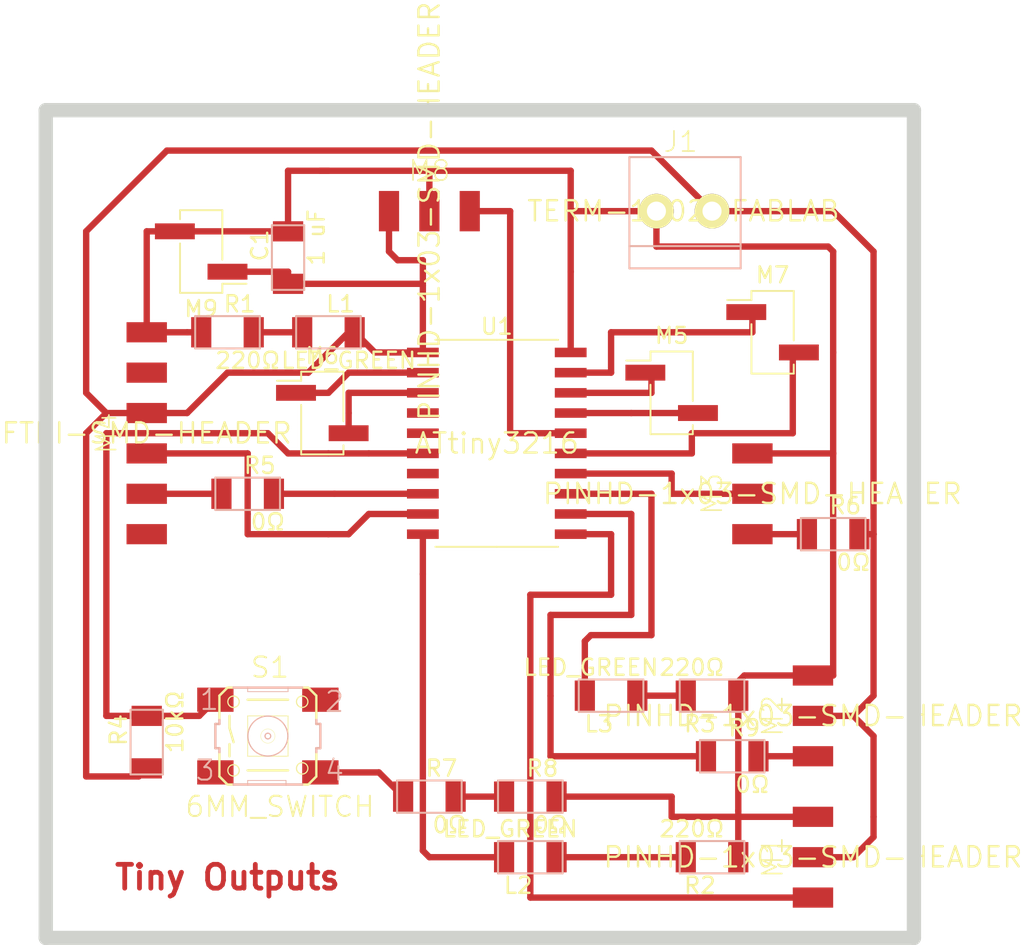
<source format=kicad_pcb>
(kicad_pcb (version 20171130) (host pcbnew "(5.1.9-0-10_14)")

  (general
    (thickness 1.6)
    (drawings 6)
    (tracks 146)
    (zones 0)
    (modules 25)
    (nets 26)
  )

  (page A4)
  (layers
    (0 F.Cu signal)
    (31 B.Cu signal)
    (32 B.Adhes user)
    (33 F.Adhes user)
    (34 B.Paste user)
    (35 F.Paste user)
    (36 B.SilkS user)
    (37 F.SilkS user)
    (38 B.Mask user)
    (39 F.Mask user)
    (40 Dwgs.User user)
    (41 Cmts.User user)
    (42 Eco1.User user)
    (43 Eco2.User user)
    (44 Edge.Cuts user)
    (45 Margin user)
    (46 B.CrtYd user)
    (47 F.CrtYd user)
    (48 B.Fab user)
    (49 F.Fab user)
  )

  (setup
    (last_trace_width 0.4)
    (trace_clearance 0.4)
    (zone_clearance 0.508)
    (zone_45_only no)
    (trace_min 0.4)
    (via_size 0.8)
    (via_drill 0.4)
    (via_min_size 0.4)
    (via_min_drill 0.3)
    (uvia_size 0.3)
    (uvia_drill 0.1)
    (uvias_allowed no)
    (uvia_min_size 0.2)
    (uvia_min_drill 0.1)
    (edge_width 0.05)
    (segment_width 0.2)
    (pcb_text_width 0.3)
    (pcb_text_size 1.5 1.5)
    (mod_edge_width 0.12)
    (mod_text_size 1 1)
    (mod_text_width 0.15)
    (pad_size 1.524 1.524)
    (pad_drill 0.762)
    (pad_to_mask_clearance 0)
    (aux_axis_origin 0 0)
    (visible_elements FFFFFF7F)
    (pcbplotparams
      (layerselection 0x010fc_ffffffff)
      (usegerberextensions false)
      (usegerberattributes true)
      (usegerberadvancedattributes true)
      (creategerberjobfile true)
      (excludeedgelayer true)
      (linewidth 0.100000)
      (plotframeref false)
      (viasonmask false)
      (mode 1)
      (useauxorigin false)
      (hpglpennumber 1)
      (hpglpenspeed 20)
      (hpglpendiameter 15.000000)
      (psnegative false)
      (psa4output false)
      (plotreference true)
      (plotvalue true)
      (plotinvisibletext false)
      (padsonsilk false)
      (subtractmaskfromsilk false)
      (outputformat 1)
      (mirror false)
      (drillshape 1)
      (scaleselection 1)
      (outputdirectory ""))
  )

  (net 0 "")
  (net 1 GND)
  (net 2 5V)
  (net 3 "Net-(L1-Pad1)")
  (net 4 PWM2)
  (net 5 "Net-(L2-Pad1)")
  (net 6 PWM4)
  (net 7 "Net-(L3-Pad1)")
  (net 8 PWM1)
  (net 9 PWM3)
  (net 10 "Net-(M4-Pad6)")
  (net 11 TXD)
  (net 12 RXD)
  (net 13 "Net-(M4-Pad2)")
  (net 14 UPDI)
  (net 15 "Net-(U1-Pad7)")
  (net 16 "Net-(U1-Pad5)")
  (net 17 ARDUINO4)
  (net 18 DATA12)
  (net 19 "Net-(U1-Pad4)")
  (net 20 SDA)
  (net 21 SCL)
  (net 22 ARDUINO3)
  (net 23 ARDUINO2)
  (net 24 ARDUINO1)
  (net 25 ARDUINO0)

  (net_class Default "This is the default net class."
    (clearance 0.4)
    (trace_width 0.4)
    (via_dia 0.8)
    (via_drill 0.4)
    (uvia_dia 0.3)
    (uvia_drill 0.1)
    (diff_pair_width 0.4)
    (diff_pair_gap 0.25)
    (add_net 5V)
    (add_net ARDUINO0)
    (add_net ARDUINO1)
    (add_net ARDUINO2)
    (add_net ARDUINO3)
    (add_net ARDUINO4)
    (add_net DATA12)
    (add_net GND)
    (add_net "Net-(L1-Pad1)")
    (add_net "Net-(L2-Pad1)")
    (add_net "Net-(L3-Pad1)")
    (add_net "Net-(M4-Pad2)")
    (add_net "Net-(M4-Pad6)")
    (add_net "Net-(U1-Pad4)")
    (add_net "Net-(U1-Pad5)")
    (add_net "Net-(U1-Pad7)")
    (add_net PWM1)
    (add_net PWM2)
    (add_net PWM3)
    (add_net PWM4)
    (add_net RXD)
    (add_net SCL)
    (add_net SDA)
    (add_net TXD)
    (add_net UPDI)
  )

  (net_class 5V ""
    (clearance 0.2)
    (trace_width 0.6)
    (via_dia 0.8)
    (via_drill 0.4)
    (uvia_dia 0.3)
    (uvia_drill 0.1)
    (diff_pair_width 0.6)
    (diff_pair_gap 0.25)
  )

  (module fab:fab-R1206FAB (layer F.Cu) (tedit 200000) (tstamp 6082F137)
    (at 127 80.01)
    (path /60828C64)
    (attr smd)
    (fp_text reference R8 (at 0.762 -1.778) (layer F.SilkS)
      (effects (font (size 1.016 1.016) (thickness 0.1524)))
    )
    (fp_text value 0Ω (at 1.27 1.778) (layer F.SilkS)
      (effects (font (size 1.016 1.016) (thickness 0.1524)))
    )
    (fp_line (start -2.032 -1.016) (end 2.032 -1.016) (layer B.SilkS) (width 0.127))
    (fp_line (start 2.032 -1.016) (end 2.032 1.016) (layer B.SilkS) (width 0.127))
    (fp_line (start 2.032 1.016) (end -2.032 1.016) (layer B.SilkS) (width 0.127))
    (fp_line (start -2.032 1.016) (end -2.032 -1.016) (layer B.SilkS) (width 0.127))
    (pad 2 smd rect (at 1.651 0) (size 1.27 1.905) (layers F.Cu F.Paste F.Mask)
      (net 1 GND))
    (pad 1 smd rect (at -1.651 0) (size 1.27 1.905) (layers F.Cu F.Paste F.Mask)
      (net 1 GND))
  )

  (module fab:fab-R1206FAB (layer F.Cu) (tedit 200000) (tstamp 6082F12D)
    (at 120.65 80.01)
    (path /60827E43)
    (attr smd)
    (fp_text reference R7 (at 0.762 -1.778) (layer F.SilkS)
      (effects (font (size 1.016 1.016) (thickness 0.1524)))
    )
    (fp_text value 0Ω (at 1.27 1.778) (layer F.SilkS)
      (effects (font (size 1.016 1.016) (thickness 0.1524)))
    )
    (fp_line (start -2.032 -1.016) (end 2.032 -1.016) (layer B.SilkS) (width 0.127))
    (fp_line (start 2.032 -1.016) (end 2.032 1.016) (layer B.SilkS) (width 0.127))
    (fp_line (start 2.032 1.016) (end -2.032 1.016) (layer B.SilkS) (width 0.127))
    (fp_line (start -2.032 1.016) (end -2.032 -1.016) (layer B.SilkS) (width 0.127))
    (pad 2 smd rect (at 1.651 0) (size 1.27 1.905) (layers F.Cu F.Paste F.Mask)
      (net 1 GND))
    (pad 1 smd rect (at -1.651 0) (size 1.27 1.905) (layers F.Cu F.Paste F.Mask)
      (net 1 GND))
  )

  (module fab:fab-ED555DS-2DS (layer F.Cu) (tedit 200000) (tstamp 6081CFCB)
    (at 136.63168 43.18)
    (path /608220DB)
    (attr virtual)
    (fp_text reference J1 (at -0.17272 -4.36372 180) (layer F.SilkS)
      (effects (font (size 1.27 1.27) (thickness 0.1016)))
    )
    (fp_text value TERM-1X02-FABLAB (at 0 0) (layer F.SilkS)
      (effects (font (size 1.27 1.27) (thickness 0.15)))
    )
    (fp_line (start -3.39852 -3.39852) (end -3.39852 2.19964) (layer B.SilkS) (width 0.127))
    (fp_line (start -3.39852 2.19964) (end -3.39852 3.59918) (layer B.SilkS) (width 0.127))
    (fp_line (start -3.39852 3.59918) (end 3.59918 3.59918) (layer B.SilkS) (width 0.127))
    (fp_line (start 3.59918 3.59918) (end 3.59918 2.19964) (layer B.SilkS) (width 0.127))
    (fp_line (start 3.59918 2.19964) (end 3.59918 -3.39852) (layer B.SilkS) (width 0.127))
    (fp_line (start 3.59918 -3.39852) (end -3.39852 -3.39852) (layer B.SilkS) (width 0.127))
    (fp_line (start -3.39852 2.19964) (end 3.59918 2.19964) (layer B.SilkS) (width 0.127))
    (pad 2 thru_hole circle (at -1.69926 0) (size 2.18186 2.18186) (drill 1.19888) (layers F&B.Cu F.Paste F.SilkS F.Mask)
      (net 1 GND))
    (pad 1 thru_hole circle (at 1.79832 0) (size 2.18186 2.18186) (drill 1.19888) (layers F&B.Cu F.Paste F.SilkS F.Mask)
      (net 2 5V))
  )

  (module Connector_PinHeader_2.54mm:PinHeader_1x02_P2.54mm_Vertical_SMD_Pin1Left (layer F.Cu) (tedit 59FED5CC) (tstamp 6082DED9)
    (at 106.295 45.72 180)
    (descr "surface-mounted straight pin header, 1x02, 2.54mm pitch, single row, style 1 (pin 1 left)")
    (tags "Surface mounted pin header SMD 1x02 2.54mm single row style1 pin1 left")
    (path /608A6D9F)
    (attr smd)
    (fp_text reference M9 (at 0 -3.6) (layer F.SilkS)
      (effects (font (size 1 1) (thickness 0.15)))
    )
    (fp_text value PINHD-1x02-SMD-HEADER (at 0 3.6) (layer F.Fab)
      (effects (font (size 1 1) (thickness 0.15)))
    )
    (fp_text user %R (at 0 0 90) (layer F.Fab)
      (effects (font (size 1 1) (thickness 0.15)))
    )
    (fp_line (start 1.27 2.54) (end -1.27 2.54) (layer F.Fab) (width 0.1))
    (fp_line (start -0.32 -2.54) (end 1.27 -2.54) (layer F.Fab) (width 0.1))
    (fp_line (start -1.27 2.54) (end -1.27 -1.59) (layer F.Fab) (width 0.1))
    (fp_line (start -1.27 -1.59) (end -0.32 -2.54) (layer F.Fab) (width 0.1))
    (fp_line (start 1.27 -2.54) (end 1.27 2.54) (layer F.Fab) (width 0.1))
    (fp_line (start -1.27 -1.59) (end -2.54 -1.59) (layer F.Fab) (width 0.1))
    (fp_line (start -2.54 -1.59) (end -2.54 -0.95) (layer F.Fab) (width 0.1))
    (fp_line (start -2.54 -0.95) (end -1.27 -0.95) (layer F.Fab) (width 0.1))
    (fp_line (start 1.27 0.95) (end 2.54 0.95) (layer F.Fab) (width 0.1))
    (fp_line (start 2.54 0.95) (end 2.54 1.59) (layer F.Fab) (width 0.1))
    (fp_line (start 2.54 1.59) (end 1.27 1.59) (layer F.Fab) (width 0.1))
    (fp_line (start -1.33 -2.6) (end 1.33 -2.6) (layer F.SilkS) (width 0.12))
    (fp_line (start -1.33 2.6) (end 1.33 2.6) (layer F.SilkS) (width 0.12))
    (fp_line (start 1.33 -2.6) (end 1.33 0.51) (layer F.SilkS) (width 0.12))
    (fp_line (start -1.33 -2.03) (end -2.85 -2.03) (layer F.SilkS) (width 0.12))
    (fp_line (start -1.33 -2.6) (end -1.33 -2.03) (layer F.SilkS) (width 0.12))
    (fp_line (start 1.33 2.03) (end 1.33 2.6) (layer F.SilkS) (width 0.12))
    (fp_line (start -1.33 -0.51) (end -1.33 2.6) (layer F.SilkS) (width 0.12))
    (fp_line (start -3.45 -3.05) (end -3.45 3.05) (layer F.CrtYd) (width 0.05))
    (fp_line (start -3.45 3.05) (end 3.45 3.05) (layer F.CrtYd) (width 0.05))
    (fp_line (start 3.45 3.05) (end 3.45 -3.05) (layer F.CrtYd) (width 0.05))
    (fp_line (start 3.45 -3.05) (end -3.45 -3.05) (layer F.CrtYd) (width 0.05))
    (pad 2 smd rect (at 1.655 1.27 180) (size 2.51 1) (layers F.Cu F.Paste F.Mask)
      (net 1 GND))
    (pad 1 smd rect (at -1.655 -1.27 180) (size 2.51 1) (layers F.Cu F.Paste F.Mask)
      (net 2 5V))
    (model ${KISYS3DMOD}/Connector_PinHeader_2.54mm.3dshapes/PinHeader_1x02_P2.54mm_Vertical_SMD_Pin1Left.wrl
      (at (xyz 0 0 0))
      (scale (xyz 1 1 1))
      (rotate (xyz 0 0 0))
    )
  )

  (module Connector_PinHeader_2.54mm:PinHeader_1x02_P2.54mm_Vertical_SMD_Pin1Left (layer F.Cu) (tedit 59FED5CC) (tstamp 6082DEB0)
    (at 142.24 50.8)
    (descr "surface-mounted straight pin header, 1x02, 2.54mm pitch, single row, style 1 (pin 1 left)")
    (tags "Surface mounted pin header SMD 1x02 2.54mm single row style1 pin1 left")
    (path /608A4A68)
    (attr smd)
    (fp_text reference M7 (at 0 -3.6) (layer F.SilkS)
      (effects (font (size 1 1) (thickness 0.15)))
    )
    (fp_text value PINHD-1x02-SMD-HEADER (at 0 3.6) (layer F.Fab)
      (effects (font (size 1 1) (thickness 0.15)))
    )
    (fp_text user %R (at 0 0 90) (layer F.Fab)
      (effects (font (size 1 1) (thickness 0.15)))
    )
    (fp_line (start 1.27 2.54) (end -1.27 2.54) (layer F.Fab) (width 0.1))
    (fp_line (start -0.32 -2.54) (end 1.27 -2.54) (layer F.Fab) (width 0.1))
    (fp_line (start -1.27 2.54) (end -1.27 -1.59) (layer F.Fab) (width 0.1))
    (fp_line (start -1.27 -1.59) (end -0.32 -2.54) (layer F.Fab) (width 0.1))
    (fp_line (start 1.27 -2.54) (end 1.27 2.54) (layer F.Fab) (width 0.1))
    (fp_line (start -1.27 -1.59) (end -2.54 -1.59) (layer F.Fab) (width 0.1))
    (fp_line (start -2.54 -1.59) (end -2.54 -0.95) (layer F.Fab) (width 0.1))
    (fp_line (start -2.54 -0.95) (end -1.27 -0.95) (layer F.Fab) (width 0.1))
    (fp_line (start 1.27 0.95) (end 2.54 0.95) (layer F.Fab) (width 0.1))
    (fp_line (start 2.54 0.95) (end 2.54 1.59) (layer F.Fab) (width 0.1))
    (fp_line (start 2.54 1.59) (end 1.27 1.59) (layer F.Fab) (width 0.1))
    (fp_line (start -1.33 -2.6) (end 1.33 -2.6) (layer F.SilkS) (width 0.12))
    (fp_line (start -1.33 2.6) (end 1.33 2.6) (layer F.SilkS) (width 0.12))
    (fp_line (start 1.33 -2.6) (end 1.33 0.51) (layer F.SilkS) (width 0.12))
    (fp_line (start -1.33 -2.03) (end -2.85 -2.03) (layer F.SilkS) (width 0.12))
    (fp_line (start -1.33 -2.6) (end -1.33 -2.03) (layer F.SilkS) (width 0.12))
    (fp_line (start 1.33 2.03) (end 1.33 2.6) (layer F.SilkS) (width 0.12))
    (fp_line (start -1.33 -0.51) (end -1.33 2.6) (layer F.SilkS) (width 0.12))
    (fp_line (start -3.45 -3.05) (end -3.45 3.05) (layer F.CrtYd) (width 0.05))
    (fp_line (start -3.45 3.05) (end 3.45 3.05) (layer F.CrtYd) (width 0.05))
    (fp_line (start 3.45 3.05) (end 3.45 -3.05) (layer F.CrtYd) (width 0.05))
    (fp_line (start 3.45 -3.05) (end -3.45 -3.05) (layer F.CrtYd) (width 0.05))
    (pad 2 smd rect (at 1.655 1.27) (size 2.51 1) (layers F.Cu F.Paste F.Mask)
      (net 22 ARDUINO3))
    (pad 1 smd rect (at -1.655 -1.27) (size 2.51 1) (layers F.Cu F.Paste F.Mask)
      (net 23 ARDUINO2))
    (model ${KISYS3DMOD}/Connector_PinHeader_2.54mm.3dshapes/PinHeader_1x02_P2.54mm_Vertical_SMD_Pin1Left.wrl
      (at (xyz 0 0 0))
      (scale (xyz 1 1 1))
      (rotate (xyz 0 0 0))
    )
  )

  (module Connector_PinHeader_2.54mm:PinHeader_1x02_P2.54mm_Vertical_SMD_Pin1Left (layer F.Cu) (tedit 59FED5CC) (tstamp 6082DE93)
    (at 113.915 55.88)
    (descr "surface-mounted straight pin header, 1x02, 2.54mm pitch, single row, style 1 (pin 1 left)")
    (tags "Surface mounted pin header SMD 1x02 2.54mm single row style1 pin1 left")
    (path /608A08B2)
    (attr smd)
    (fp_text reference M6 (at 0 -3.6) (layer F.SilkS)
      (effects (font (size 1 1) (thickness 0.15)))
    )
    (fp_text value PINHD-1x02-SMD-HEADER (at 0 3.6) (layer F.Fab)
      (effects (font (size 1 1) (thickness 0.15)))
    )
    (fp_text user %R (at 0 0 90) (layer F.Fab)
      (effects (font (size 1 1) (thickness 0.15)))
    )
    (fp_line (start 1.27 2.54) (end -1.27 2.54) (layer F.Fab) (width 0.1))
    (fp_line (start -0.32 -2.54) (end 1.27 -2.54) (layer F.Fab) (width 0.1))
    (fp_line (start -1.27 2.54) (end -1.27 -1.59) (layer F.Fab) (width 0.1))
    (fp_line (start -1.27 -1.59) (end -0.32 -2.54) (layer F.Fab) (width 0.1))
    (fp_line (start 1.27 -2.54) (end 1.27 2.54) (layer F.Fab) (width 0.1))
    (fp_line (start -1.27 -1.59) (end -2.54 -1.59) (layer F.Fab) (width 0.1))
    (fp_line (start -2.54 -1.59) (end -2.54 -0.95) (layer F.Fab) (width 0.1))
    (fp_line (start -2.54 -0.95) (end -1.27 -0.95) (layer F.Fab) (width 0.1))
    (fp_line (start 1.27 0.95) (end 2.54 0.95) (layer F.Fab) (width 0.1))
    (fp_line (start 2.54 0.95) (end 2.54 1.59) (layer F.Fab) (width 0.1))
    (fp_line (start 2.54 1.59) (end 1.27 1.59) (layer F.Fab) (width 0.1))
    (fp_line (start -1.33 -2.6) (end 1.33 -2.6) (layer F.SilkS) (width 0.12))
    (fp_line (start -1.33 2.6) (end 1.33 2.6) (layer F.SilkS) (width 0.12))
    (fp_line (start 1.33 -2.6) (end 1.33 0.51) (layer F.SilkS) (width 0.12))
    (fp_line (start -1.33 -2.03) (end -2.85 -2.03) (layer F.SilkS) (width 0.12))
    (fp_line (start -1.33 -2.6) (end -1.33 -2.03) (layer F.SilkS) (width 0.12))
    (fp_line (start 1.33 2.03) (end 1.33 2.6) (layer F.SilkS) (width 0.12))
    (fp_line (start -1.33 -0.51) (end -1.33 2.6) (layer F.SilkS) (width 0.12))
    (fp_line (start -3.45 -3.05) (end -3.45 3.05) (layer F.CrtYd) (width 0.05))
    (fp_line (start -3.45 3.05) (end 3.45 3.05) (layer F.CrtYd) (width 0.05))
    (fp_line (start 3.45 3.05) (end 3.45 -3.05) (layer F.CrtYd) (width 0.05))
    (fp_line (start 3.45 -3.05) (end -3.45 -3.05) (layer F.CrtYd) (width 0.05))
    (pad 2 smd rect (at 1.655 1.27) (size 2.51 1) (layers F.Cu F.Paste F.Mask)
      (net 24 ARDUINO1))
    (pad 1 smd rect (at -1.655 -1.27) (size 2.51 1) (layers F.Cu F.Paste F.Mask)
      (net 25 ARDUINO0))
    (model ${KISYS3DMOD}/Connector_PinHeader_2.54mm.3dshapes/PinHeader_1x02_P2.54mm_Vertical_SMD_Pin1Left.wrl
      (at (xyz 0 0 0))
      (scale (xyz 1 1 1))
      (rotate (xyz 0 0 0))
    )
  )

  (module Connector_PinHeader_2.54mm:PinHeader_1x02_P2.54mm_Vertical_SMD_Pin1Left (layer F.Cu) (tedit 59FED5CC) (tstamp 6082AD59)
    (at 135.89 54.61)
    (descr "surface-mounted straight pin header, 1x02, 2.54mm pitch, single row, style 1 (pin 1 left)")
    (tags "Surface mounted pin header SMD 1x02 2.54mm single row style1 pin1 left")
    (path /60872890)
    (attr smd)
    (fp_text reference M5 (at 0 -3.6) (layer F.SilkS)
      (effects (font (size 1 1) (thickness 0.15)))
    )
    (fp_text value PINHD-1x02-SMD-HEADER (at 0 3.6) (layer F.Fab)
      (effects (font (size 1 1) (thickness 0.15)))
    )
    (fp_text user %R (at 0 1.27 180) (layer F.Fab)
      (effects (font (size 1 1) (thickness 0.15)))
    )
    (fp_line (start 1.27 2.54) (end -1.27 2.54) (layer F.Fab) (width 0.1))
    (fp_line (start -0.32 -2.54) (end 1.27 -2.54) (layer F.Fab) (width 0.1))
    (fp_line (start -1.27 2.54) (end -1.27 -1.59) (layer F.Fab) (width 0.1))
    (fp_line (start -1.27 -1.59) (end -0.32 -2.54) (layer F.Fab) (width 0.1))
    (fp_line (start 1.27 -2.54) (end 1.27 2.54) (layer F.Fab) (width 0.1))
    (fp_line (start -1.27 -1.59) (end -2.54 -1.59) (layer F.Fab) (width 0.1))
    (fp_line (start -2.54 -1.59) (end -2.54 -0.95) (layer F.Fab) (width 0.1))
    (fp_line (start -2.54 -0.95) (end -1.27 -0.95) (layer F.Fab) (width 0.1))
    (fp_line (start 1.27 0.95) (end 2.54 0.95) (layer F.Fab) (width 0.1))
    (fp_line (start 2.54 0.95) (end 2.54 1.59) (layer F.Fab) (width 0.1))
    (fp_line (start 2.54 1.59) (end 1.27 1.59) (layer F.Fab) (width 0.1))
    (fp_line (start -1.33 -2.6) (end 1.33 -2.6) (layer F.SilkS) (width 0.12))
    (fp_line (start -1.33 2.6) (end 1.33 2.6) (layer F.SilkS) (width 0.12))
    (fp_line (start 1.33 -2.6) (end 1.33 0.51) (layer F.SilkS) (width 0.12))
    (fp_line (start -1.33 -2.03) (end -2.85 -2.03) (layer F.SilkS) (width 0.12))
    (fp_line (start -1.33 -2.6) (end -1.33 -2.03) (layer F.SilkS) (width 0.12))
    (fp_line (start 1.33 2.03) (end 1.33 2.6) (layer F.SilkS) (width 0.12))
    (fp_line (start -1.33 -0.51) (end -1.33 2.6) (layer F.SilkS) (width 0.12))
    (fp_line (start -3.45 -3.05) (end -3.45 3.05) (layer F.CrtYd) (width 0.05))
    (fp_line (start -3.45 3.05) (end 3.45 3.05) (layer F.CrtYd) (width 0.05))
    (fp_line (start 3.45 3.05) (end 3.45 -3.05) (layer F.CrtYd) (width 0.05))
    (fp_line (start 3.45 -3.05) (end -3.45 -3.05) (layer F.CrtYd) (width 0.05))
    (pad 2 smd rect (at 1.655 1.27) (size 2.51 1) (layers F.Cu F.Paste F.Mask)
      (net 20 SDA))
    (pad 1 smd rect (at -1.655 -1.27) (size 2.51 1) (layers F.Cu F.Paste F.Mask)
      (net 21 SCL))
    (model ${KISYS3DMOD}/Connector_PinHeader_2.54mm.3dshapes/PinHeader_1x02_P2.54mm_Vertical_SMD_Pin1Left.wrl
      (at (xyz 0 0 0))
      (scale (xyz 1 1 1))
      (rotate (xyz 0 0 0))
    )
  )

  (module fab:fab-1X03SMD (layer F.Cu) (tedit 5E6F668D) (tstamp 60826F49)
    (at 120.65 43.18 270)
    (path /608939C3)
    (attr smd)
    (fp_text reference M8 (at -2.54 0) (layer F.SilkS)
      (effects (font (size 1.27 1.27) (thickness 0.1016)))
    )
    (fp_text value PINHD-1x03-SMD-HEADER (at 0 0 90) (layer F.SilkS)
      (effects (font (size 1.27 1.27) (thickness 0.15)))
    )
    (pad 3 smd rect (at 0 2.54 270) (size 2.54 1.27) (layers F.Cu F.Paste F.Mask)
      (net 2 5V))
    (pad 2 smd rect (at 0 0 270) (size 2.54 1.27) (layers F.Cu F.Paste F.Mask)
      (net 1 GND))
    (pad 1 smd rect (at 0 -2.54 270) (size 2.54 1.27) (layers F.Cu F.Paste F.Mask)
      (net 14 UPDI))
  )

  (module fab:fab-R1206FAB (layer F.Cu) (tedit 200000) (tstamp 60825934)
    (at 139.7 77.47)
    (path /608534B3)
    (attr smd)
    (fp_text reference R9 (at 0.762 -1.778) (layer F.SilkS)
      (effects (font (size 1.016 1.016) (thickness 0.1524)))
    )
    (fp_text value 0Ω (at 1.27 1.778) (layer F.SilkS)
      (effects (font (size 1.016 1.016) (thickness 0.1524)))
    )
    (fp_line (start -2.032 1.016) (end -2.032 -1.016) (layer B.SilkS) (width 0.127))
    (fp_line (start 2.032 1.016) (end -2.032 1.016) (layer B.SilkS) (width 0.127))
    (fp_line (start 2.032 -1.016) (end 2.032 1.016) (layer B.SilkS) (width 0.127))
    (fp_line (start -2.032 -1.016) (end 2.032 -1.016) (layer B.SilkS) (width 0.127))
    (pad 2 smd rect (at 1.651 0) (size 1.27 1.905) (layers F.Cu F.Paste F.Mask)
      (net 9 PWM3))
    (pad 1 smd rect (at -1.651 0) (size 1.27 1.905) (layers F.Cu F.Paste F.Mask)
      (net 9 PWM3))
  )

  (module fab:fab-R1206FAB (layer F.Cu) (tedit 200000) (tstamp 60823BB9)
    (at 146.05 63.5)
    (path /60825B22)
    (attr smd)
    (fp_text reference R6 (at 0.762 -1.778) (layer F.SilkS)
      (effects (font (size 1.016 1.016) (thickness 0.1524)))
    )
    (fp_text value 0Ω (at 1.27 1.778) (layer F.SilkS)
      (effects (font (size 1.016 1.016) (thickness 0.1524)))
    )
    (fp_line (start -2.032 1.016) (end -2.032 -1.016) (layer B.SilkS) (width 0.127))
    (fp_line (start 2.032 1.016) (end -2.032 1.016) (layer B.SilkS) (width 0.127))
    (fp_line (start 2.032 -1.016) (end 2.032 1.016) (layer B.SilkS) (width 0.127))
    (fp_line (start -2.032 -1.016) (end 2.032 -1.016) (layer B.SilkS) (width 0.127))
    (pad 2 smd rect (at 1.651 0) (size 1.27 1.905) (layers F.Cu F.Paste F.Mask)
      (net 2 5V))
    (pad 1 smd rect (at -1.651 0) (size 1.27 1.905) (layers F.Cu F.Paste F.Mask)
      (net 2 5V))
  )

  (module fab:fab-R1206FAB (layer F.Cu) (tedit 200000) (tstamp 6082367B)
    (at 109.22 60.96)
    (path /6081ED1D)
    (attr smd)
    (fp_text reference R5 (at 0.762 -1.778) (layer F.SilkS)
      (effects (font (size 1.016 1.016) (thickness 0.1524)))
    )
    (fp_text value 0Ω (at 1.27 1.778) (layer F.SilkS)
      (effects (font (size 1.016 1.016) (thickness 0.1524)))
    )
    (fp_line (start -2.032 1.016) (end -2.032 -1.016) (layer B.SilkS) (width 0.127))
    (fp_line (start 2.032 1.016) (end -2.032 1.016) (layer B.SilkS) (width 0.127))
    (fp_line (start 2.032 -1.016) (end 2.032 1.016) (layer B.SilkS) (width 0.127))
    (fp_line (start -2.032 -1.016) (end 2.032 -1.016) (layer B.SilkS) (width 0.127))
    (pad 2 smd rect (at 1.651 0) (size 1.27 1.905) (layers F.Cu F.Paste F.Mask)
      (net 11 TXD))
    (pad 1 smd rect (at -1.651 0) (size 1.27 1.905) (layers F.Cu F.Paste F.Mask)
      (net 11 TXD))
  )

  (module fab:fab-SOIC-20_7.5x12.8mm_P1.27mm (layer F.Cu) (tedit 5EABEA65) (tstamp 6081D08F)
    (at 124.89 57.785)
    (descr "SOIC, 20 Pin, fab version")
    (tags "SOIC fab")
    (path /6081D19B)
    (attr smd)
    (fp_text reference U1 (at 0 -7.35) (layer F.SilkS)
      (effects (font (size 1 1) (thickness 0.15)))
    )
    (fp_text value ATtiny3216 (at 0 0) (layer F.SilkS)
      (effects (font (size 1.27 1.27) (thickness 0.15)))
    )
    (fp_line (start 0 6.51) (end 3.86 6.51) (layer F.SilkS) (width 0.12))
    (fp_line (start 0 6.51) (end -3.86 6.51) (layer F.SilkS) (width 0.12))
    (fp_line (start 0 -6.51) (end 3.86 -6.51) (layer F.SilkS) (width 0.12))
    (fp_line (start 0 -6.51) (end -3.86 -6.51) (layer F.SilkS) (width 0.12))
    (fp_line (start -2.75 -6.4) (end 3.75 -6.4) (layer F.Fab) (width 0.1))
    (fp_line (start 3.75 -6.4) (end 3.75 6.4) (layer F.Fab) (width 0.1))
    (fp_line (start 3.75 6.4) (end -3.75 6.4) (layer F.Fab) (width 0.1))
    (fp_line (start -3.75 6.4) (end -3.75 -5.4) (layer F.Fab) (width 0.1))
    (fp_line (start -3.75 -5.4) (end -2.75 -6.4) (layer F.Fab) (width 0.1))
    (pad 20 smd rect (at 4.65 -5.715) (size 2 0.6) (layers F.Cu)
      (net 1 GND))
    (pad 19 smd rect (at 4.65 -4.445) (size 2 0.6) (layers F.Cu)
      (net 23 ARDUINO2))
    (pad 18 smd rect (at 4.65 -3.175) (size 2 0.6) (layers F.Cu)
      (net 21 SCL))
    (pad 17 smd rect (at 4.65 -1.905) (size 2 0.6) (layers F.Cu)
      (net 20 SDA))
    (pad 16 smd rect (at 4.65 -0.635) (size 2 0.6) (layers F.Cu)
      (net 14 UPDI))
    (pad 15 smd rect (at 4.65 0.635) (size 2 0.6) (layers F.Cu)
      (net 22 ARDUINO3))
    (pad 14 smd rect (at 4.65 1.905) (size 2 0.6) (layers F.Cu)
      (net 18 DATA12))
    (pad 13 smd rect (at 4.65 3.175) (size 2 0.6) (layers F.Cu)
      (net 6 PWM4))
    (pad 12 smd rect (at 4.65 4.445) (size 2 0.6) (layers F.Cu)
      (net 9 PWM3))
    (pad 11 smd rect (at 4.65 5.715) (size 2 0.6) (layers F.Cu)
      (net 8 PWM1))
    (pad 10 smd rect (at -4.65 5.715) (size 2 0.6) (layers F.Cu)
      (net 4 PWM2))
    (pad 9 smd rect (at -4.65 4.445) (size 2 0.6) (layers F.Cu)
      (net 12 RXD))
    (pad 8 smd rect (at -4.65 3.175) (size 2 0.6) (layers F.Cu)
      (net 11 TXD))
    (pad 7 smd rect (at -4.65 1.905) (size 2 0.6) (layers F.Cu)
      (net 15 "Net-(U1-Pad7)"))
    (pad 6 smd rect (at -4.65 0.635) (size 2 0.6) (layers F.Cu)
      (net 17 ARDUINO4))
    (pad 5 smd rect (at -4.65 -0.635) (size 2 0.6) (layers F.Cu)
      (net 16 "Net-(U1-Pad5)"))
    (pad 4 smd rect (at -4.65 -1.905) (size 2 0.6) (layers F.Cu)
      (net 19 "Net-(U1-Pad4)"))
    (pad 3 smd rect (at -4.65 -3.175) (size 2 0.6) (layers F.Cu)
      (net 24 ARDUINO1))
    (pad 2 smd rect (at -4.65 -4.445) (size 2 0.6) (layers F.Cu)
      (net 25 ARDUINO0))
    (pad 1 smd rect (at -4.65 -5.715) (size 2 0.6) (layers F.Cu)
      (net 2 5V))
    (model ${KISYS3DMOD}/Package_SO.3dshapes/SOIC-20W_7.5x12.8mm_P1.27mm.wrl
      (at (xyz 0 0 0))
      (scale (xyz 1 1 1))
      (rotate (xyz 0 0 0))
    )
  )

  (module fab:fab-6MM_SWITCH (layer F.Cu) (tedit 200000) (tstamp 6081D06E)
    (at 110.49 76.2)
    (descr "OMRON SWITCH")
    (tags "OMRON SWITCH")
    (path /60835727)
    (attr smd)
    (fp_text reference S1 (at 0.127 -4.318) (layer F.SilkS)
      (effects (font (size 1.27 1.27) (thickness 0.127)))
    )
    (fp_text value 6MM_SWITCH (at 0.762 4.445) (layer F.SilkS)
      (effects (font (size 1.27 1.27) (thickness 0.127)))
    )
    (fp_line (start 3.302 0.762) (end 3.048 0.762) (layer B.SilkS) (width 0.1524))
    (fp_line (start 3.302 0.762) (end 3.302 -0.762) (layer B.SilkS) (width 0.1524))
    (fp_line (start 3.048 -0.762) (end 3.302 -0.762) (layer B.SilkS) (width 0.1524))
    (fp_line (start 3.048 -1.016) (end 3.048 -2.54) (layer F.SilkS) (width 0.1524))
    (fp_line (start -3.302 -0.762) (end -3.048 -0.762) (layer B.SilkS) (width 0.1524))
    (fp_line (start -3.302 -0.762) (end -3.302 0.762) (layer B.SilkS) (width 0.1524))
    (fp_line (start -3.048 0.762) (end -3.302 0.762) (layer B.SilkS) (width 0.1524))
    (fp_line (start 3.048 -2.54) (end 2.54 -3.048) (layer F.SilkS) (width 0.1524))
    (fp_line (start 2.54 3.048) (end 3.048 2.54) (layer F.SilkS) (width 0.1524))
    (fp_line (start 3.048 2.54) (end 3.048 1.016) (layer F.SilkS) (width 0.1524))
    (fp_line (start -2.54 -3.048) (end -3.048 -2.54) (layer F.SilkS) (width 0.1524))
    (fp_line (start -3.048 -2.54) (end -3.048 -1.016) (layer F.SilkS) (width 0.1524))
    (fp_line (start -2.54 3.048) (end -3.048 2.54) (layer F.SilkS) (width 0.1524))
    (fp_line (start -3.048 2.54) (end -3.048 1.016) (layer F.SilkS) (width 0.1524))
    (fp_line (start -1.27 -1.27) (end -1.27 1.27) (layer F.SilkS) (width 0.0508))
    (fp_line (start 1.27 1.27) (end -1.27 1.27) (layer F.SilkS) (width 0.0508))
    (fp_line (start 1.27 1.27) (end 1.27 -1.27) (layer F.SilkS) (width 0.0508))
    (fp_line (start -1.27 -1.27) (end 1.27 -1.27) (layer F.SilkS) (width 0.0508))
    (fp_line (start -1.27 -3.048) (end -1.27 -2.794) (layer B.SilkS) (width 0.0508))
    (fp_line (start 1.27 -2.794) (end -1.27 -2.794) (layer B.SilkS) (width 0.0508))
    (fp_line (start 1.27 -2.794) (end 1.27 -3.048) (layer B.SilkS) (width 0.0508))
    (fp_line (start 1.143 2.794) (end -1.27 2.794) (layer B.SilkS) (width 0.0508))
    (fp_line (start 1.143 2.794) (end 1.143 3.048) (layer B.SilkS) (width 0.0508))
    (fp_line (start -1.27 2.794) (end -1.27 3.048) (layer B.SilkS) (width 0.0508))
    (fp_line (start 2.54 3.048) (end 2.159 3.048) (layer F.SilkS) (width 0.1524))
    (fp_line (start -2.54 3.048) (end -2.159 3.048) (layer F.SilkS) (width 0.1524))
    (fp_line (start -2.159 3.048) (end -1.27 3.048) (layer B.SilkS) (width 0.1524))
    (fp_line (start -2.54 -3.048) (end -2.159 -3.048) (layer F.SilkS) (width 0.1524))
    (fp_line (start 2.54 -3.048) (end 2.159 -3.048) (layer F.SilkS) (width 0.1524))
    (fp_line (start 2.159 -3.048) (end 1.27 -3.048) (layer B.SilkS) (width 0.1524))
    (fp_line (start 1.27 -3.048) (end -1.27 -3.048) (layer B.SilkS) (width 0.1524))
    (fp_line (start -1.27 -3.048) (end -2.159 -3.048) (layer B.SilkS) (width 0.1524))
    (fp_line (start -1.27 3.048) (end 1.143 3.048) (layer B.SilkS) (width 0.1524))
    (fp_line (start 1.143 3.048) (end 2.159 3.048) (layer B.SilkS) (width 0.1524))
    (fp_line (start 3.048 0.762) (end 3.048 1.016) (layer B.SilkS) (width 0.1524))
    (fp_line (start 3.048 -0.762) (end 3.048 -1.016) (layer B.SilkS) (width 0.1524))
    (fp_line (start -3.048 0.762) (end -3.048 1.016) (layer B.SilkS) (width 0.1524))
    (fp_line (start -3.048 -0.762) (end -3.048 -1.016) (layer B.SilkS) (width 0.1524))
    (fp_line (start -1.27 2.159) (end 1.27 2.159) (layer F.SilkS) (width 0.1524))
    (fp_line (start 1.27 -2.286) (end -1.27 -2.286) (layer F.SilkS) (width 0.1524))
    (fp_line (start -2.413 -1.27) (end -2.413 -0.508) (layer F.SilkS) (width 0.1524))
    (fp_line (start -2.413 0.508) (end -2.413 1.27) (layer F.SilkS) (width 0.1524))
    (fp_line (start -2.413 -0.508) (end -2.159 0.381) (layer F.SilkS) (width 0.1524))
    (fp_circle (center 0 0) (end -0.889 0.889) (layer B.SilkS) (width 0.0762))
    (fp_circle (center -2.159 2.159) (end -2.413 2.413) (layer F.SilkS) (width 0.0762))
    (fp_circle (center 2.159 2.032) (end 2.413 2.286) (layer F.SilkS) (width 0.0762))
    (fp_circle (center 2.159 -2.159) (end 2.413 -2.413) (layer F.SilkS) (width 0.0762))
    (fp_circle (center -2.159 -2.159) (end -2.413 -2.413) (layer F.SilkS) (width 0.0762))
    (fp_circle (center 0 0) (end -0.3175 0.3175) (layer F.SilkS) (width 0.0254))
    (fp_circle (center 0 0) (end -0.127 0.127) (layer B.SilkS) (width 0.0762))
    (fp_text user 4 (at 4.191 2.159) (layer B.SilkS)
      (effects (font (size 1.27 1.27) (thickness 0.127)))
    )
    (fp_text user 3 (at -3.937 2.159) (layer B.SilkS)
      (effects (font (size 1.27 1.27) (thickness 0.127)))
    )
    (fp_text user 2 (at 4.191 -2.159) (layer B.SilkS)
      (effects (font (size 1.27 1.27) (thickness 0.127)))
    )
    (fp_text user 1 (at -3.683 -2.286) (layer B.SilkS)
      (effects (font (size 1.27 1.27) (thickness 0.127)))
    )
    (pad 4 smd rect (at 3.302 2.286) (size 2.286 1.524) (layers F.Cu F.Paste F.Mask)
      (net 1 GND))
    (pad 3 smd rect (at -3.302 2.286) (size 2.286 1.524) (layers F.Cu F.Paste F.Mask)
      (net 1 GND))
    (pad 2 smd rect (at 3.302 -2.286) (size 2.286 1.524) (layers F.Cu F.Paste F.Mask)
      (net 17 ARDUINO4))
    (pad 1 smd rect (at -3.302 -2.286) (size 2.286 1.524) (layers F.Cu F.Paste F.Mask)
      (net 17 ARDUINO4))
  )

  (module fab:fab-R1206FAB (layer F.Cu) (tedit 200000) (tstamp 6081D030)
    (at 102.87 76.581 90)
    (path /6083CC84)
    (attr smd)
    (fp_text reference R4 (at 0.762 -1.778 90) (layer F.SilkS)
      (effects (font (size 1.016 1.016) (thickness 0.1524)))
    )
    (fp_text value 10kΩ (at 1.27 1.778 90) (layer F.SilkS)
      (effects (font (size 1.016 1.016) (thickness 0.1524)))
    )
    (fp_line (start -2.032 -1.016) (end 2.032 -1.016) (layer B.SilkS) (width 0.127))
    (fp_line (start 2.032 -1.016) (end 2.032 1.016) (layer B.SilkS) (width 0.127))
    (fp_line (start 2.032 1.016) (end -2.032 1.016) (layer B.SilkS) (width 0.127))
    (fp_line (start -2.032 1.016) (end -2.032 -1.016) (layer B.SilkS) (width 0.127))
    (pad 2 smd rect (at 1.651 0 90) (size 1.27 1.905) (layers F.Cu F.Paste F.Mask)
      (net 17 ARDUINO4))
    (pad 1 smd rect (at -1.651 0 90) (size 1.27 1.905) (layers F.Cu F.Paste F.Mask)
      (net 2 5V))
  )

  (module fab:fab-R1206FAB (layer F.Cu) (tedit 200000) (tstamp 6081D026)
    (at 138.43 73.66 180)
    (path /6084B451)
    (attr smd)
    (fp_text reference R3 (at 0.762 -1.778) (layer F.SilkS)
      (effects (font (size 1.016 1.016) (thickness 0.1524)))
    )
    (fp_text value 220Ω (at 1.27 1.778) (layer F.SilkS)
      (effects (font (size 1.016 1.016) (thickness 0.1524)))
    )
    (fp_line (start -2.032 -1.016) (end 2.032 -1.016) (layer B.SilkS) (width 0.127))
    (fp_line (start 2.032 -1.016) (end 2.032 1.016) (layer B.SilkS) (width 0.127))
    (fp_line (start 2.032 1.016) (end -2.032 1.016) (layer B.SilkS) (width 0.127))
    (fp_line (start -2.032 1.016) (end -2.032 -1.016) (layer B.SilkS) (width 0.127))
    (pad 2 smd rect (at 1.651 0 180) (size 1.27 1.905) (layers F.Cu F.Paste F.Mask)
      (net 7 "Net-(L3-Pad1)"))
    (pad 1 smd rect (at -1.651 0 180) (size 1.27 1.905) (layers F.Cu F.Paste F.Mask)
      (net 1 GND))
  )

  (module fab:fab-R1206FAB (layer F.Cu) (tedit 200000) (tstamp 6081D01C)
    (at 138.43 83.82 180)
    (path /608447E5)
    (attr smd)
    (fp_text reference R2 (at 0.762 -1.778) (layer F.SilkS)
      (effects (font (size 1.016 1.016) (thickness 0.1524)))
    )
    (fp_text value 220Ω (at 1.27 1.778) (layer F.SilkS)
      (effects (font (size 1.016 1.016) (thickness 0.1524)))
    )
    (fp_line (start -2.032 -1.016) (end 2.032 -1.016) (layer B.SilkS) (width 0.127))
    (fp_line (start 2.032 -1.016) (end 2.032 1.016) (layer B.SilkS) (width 0.127))
    (fp_line (start 2.032 1.016) (end -2.032 1.016) (layer B.SilkS) (width 0.127))
    (fp_line (start -2.032 1.016) (end -2.032 -1.016) (layer B.SilkS) (width 0.127))
    (pad 2 smd rect (at 1.651 0 180) (size 1.27 1.905) (layers F.Cu F.Paste F.Mask)
      (net 5 "Net-(L2-Pad1)"))
    (pad 1 smd rect (at -1.651 0 180) (size 1.27 1.905) (layers F.Cu F.Paste F.Mask)
      (net 1 GND))
  )

  (module fab:fab-R1206FAB (layer F.Cu) (tedit 200000) (tstamp 6081D012)
    (at 107.95 50.8)
    (path /60830C6F)
    (attr smd)
    (fp_text reference R1 (at 0.762 -1.778) (layer F.SilkS)
      (effects (font (size 1.016 1.016) (thickness 0.1524)))
    )
    (fp_text value 220Ω (at 1.27 1.778) (layer F.SilkS)
      (effects (font (size 1.016 1.016) (thickness 0.1524)))
    )
    (fp_line (start -2.032 -1.016) (end 2.032 -1.016) (layer B.SilkS) (width 0.127))
    (fp_line (start 2.032 -1.016) (end 2.032 1.016) (layer B.SilkS) (width 0.127))
    (fp_line (start 2.032 1.016) (end -2.032 1.016) (layer B.SilkS) (width 0.127))
    (fp_line (start -2.032 1.016) (end -2.032 -1.016) (layer B.SilkS) (width 0.127))
    (pad 2 smd rect (at 1.651 0) (size 1.27 1.905) (layers F.Cu F.Paste F.Mask)
      (net 3 "Net-(L1-Pad1)"))
    (pad 1 smd rect (at -1.651 0) (size 1.27 1.905) (layers F.Cu F.Paste F.Mask)
      (net 1 GND))
  )

  (module fab:fab-1X06SMD (layer F.Cu) (tedit 200000) (tstamp 6081D008)
    (at 102.87 57.15)
    (path /6081E2F7)
    (attr smd)
    (fp_text reference M4 (at -2.54 0 90) (layer F.SilkS)
      (effects (font (size 1.27 1.27) (thickness 0.1016)))
    )
    (fp_text value FTDI-SMD-HEADER (at 0 0) (layer F.SilkS)
      (effects (font (size 1.27 1.27) (thickness 0.15)))
    )
    (pad 6 smd rect (at 0 6.35) (size 2.54 1.27) (layers F.Cu F.Paste F.Mask)
      (net 10 "Net-(M4-Pad6)"))
    (pad 5 smd rect (at 0 3.81) (size 2.54 1.27) (layers F.Cu F.Paste F.Mask)
      (net 11 TXD))
    (pad 4 smd rect (at 0 1.27) (size 2.54 1.27) (layers F.Cu F.Paste F.Mask)
      (net 12 RXD))
    (pad 3 smd rect (at 0 -1.27) (size 2.54 1.27) (layers F.Cu F.Paste F.Mask)
      (net 2 5V))
    (pad 2 smd rect (at 0 -3.81) (size 2.54 1.27) (layers F.Cu F.Paste F.Mask)
      (net 13 "Net-(M4-Pad2)"))
    (pad 1 smd rect (at 0 -6.35) (size 2.54 1.27) (layers F.Cu F.Paste F.Mask)
      (net 1 GND))
  )

  (module fab:fab-1X03SMD (layer F.Cu) (tedit 5E6F668D) (tstamp 6081CFFE)
    (at 140.97 60.96)
    (path /60852F3D)
    (attr smd)
    (fp_text reference M3 (at -2.54 0 90) (layer F.SilkS)
      (effects (font (size 1.27 1.27) (thickness 0.1016)))
    )
    (fp_text value PINHD-1x03-SMD-HEADER (at 0 0) (layer F.SilkS)
      (effects (font (size 1.27 1.27) (thickness 0.15)))
    )
    (pad 3 smd rect (at 0 2.54) (size 2.54 1.27) (layers F.Cu F.Paste F.Mask)
      (net 2 5V))
    (pad 2 smd rect (at 0 0) (size 2.54 1.27) (layers F.Cu F.Paste F.Mask)
      (net 18 DATA12))
    (pad 1 smd rect (at 0 -2.54) (size 2.54 1.27) (layers F.Cu F.Paste F.Mask)
      (net 1 GND))
  )

  (module fab:fab-1X03SMD (layer F.Cu) (tedit 5E6F668D) (tstamp 6081CFF7)
    (at 144.78 74.93)
    (path /6084B449)
    (attr smd)
    (fp_text reference M2 (at -2.54 0 90) (layer F.SilkS)
      (effects (font (size 1.27 1.27) (thickness 0.1016)))
    )
    (fp_text value PINHD-1x03-SMD-HEADER (at 0 0) (layer F.SilkS)
      (effects (font (size 1.27 1.27) (thickness 0.15)))
    )
    (pad 3 smd rect (at 0 2.54) (size 2.54 1.27) (layers F.Cu F.Paste F.Mask)
      (net 9 PWM3))
    (pad 2 smd rect (at 0 0) (size 2.54 1.27) (layers F.Cu F.Paste F.Mask)
      (net 2 5V))
    (pad 1 smd rect (at 0 -2.54) (size 2.54 1.27) (layers F.Cu F.Paste F.Mask)
      (net 1 GND))
  )

  (module fab:fab-1X03SMD (layer F.Cu) (tedit 5E6F668D) (tstamp 6081CFF0)
    (at 144.78 83.82)
    (path /60840A0B)
    (attr smd)
    (fp_text reference M1 (at -2.54 0 90) (layer F.SilkS)
      (effects (font (size 1.27 1.27) (thickness 0.1016)))
    )
    (fp_text value PINHD-1x03-SMD-HEADER (at 0 0) (layer F.SilkS)
      (effects (font (size 1.27 1.27) (thickness 0.15)))
    )
    (pad 3 smd rect (at 0 2.54) (size 2.54 1.27) (layers F.Cu F.Paste F.Mask)
      (net 8 PWM1))
    (pad 2 smd rect (at 0 0) (size 2.54 1.27) (layers F.Cu F.Paste F.Mask)
      (net 2 5V))
    (pad 1 smd rect (at 0 -2.54) (size 2.54 1.27) (layers F.Cu F.Paste F.Mask)
      (net 1 GND))
  )

  (module fab:fab-LED1206FAB (layer F.Cu) (tedit 200000) (tstamp 6081CFE9)
    (at 132.08 73.66 180)
    (descr "LED1206 FAB STYLE (SMALLER PADS TO ALLOW TRACE BETWEEN)")
    (tags "LED1206 FAB STYLE (SMALLER PADS TO ALLOW TRACE BETWEEN)")
    (path /6084B457)
    (attr smd)
    (fp_text reference L3 (at 0.762 -1.778) (layer F.SilkS)
      (effects (font (size 1.016 1.016) (thickness 0.1524)))
    )
    (fp_text value LED_GREEN (at 1.27 1.778) (layer F.SilkS)
      (effects (font (size 1.016 1.016) (thickness 0.1524)))
    )
    (fp_line (start -2.032 -1.016) (end 2.032 -1.016) (layer B.SilkS) (width 0.127))
    (fp_line (start 2.032 -1.016) (end 2.032 1.016) (layer B.SilkS) (width 0.127))
    (fp_line (start 2.032 1.016) (end -2.032 1.016) (layer B.SilkS) (width 0.127))
    (fp_line (start -2.032 1.016) (end -2.032 -1.016) (layer B.SilkS) (width 0.127))
    (pad 2 smd rect (at 1.651 0 180) (size 1.27 1.905) (layers F.Cu F.Paste F.Mask)
      (net 6 PWM4))
    (pad 1 smd rect (at -1.651 0 180) (size 1.27 1.905) (layers F.Cu F.Paste F.Mask)
      (net 7 "Net-(L3-Pad1)"))
  )

  (module fab:fab-LED1206FAB (layer F.Cu) (tedit 200000) (tstamp 6081CFDF)
    (at 127 83.82 180)
    (descr "LED1206 FAB STYLE (SMALLER PADS TO ALLOW TRACE BETWEEN)")
    (tags "LED1206 FAB STYLE (SMALLER PADS TO ALLOW TRACE BETWEEN)")
    (path /608447EB)
    (attr smd)
    (fp_text reference L2 (at 0.762 -1.778) (layer F.SilkS)
      (effects (font (size 1.016 1.016) (thickness 0.1524)))
    )
    (fp_text value LED_GREEN (at 1.27 1.778) (layer F.SilkS)
      (effects (font (size 1.016 1.016) (thickness 0.1524)))
    )
    (fp_line (start -2.032 -1.016) (end 2.032 -1.016) (layer B.SilkS) (width 0.127))
    (fp_line (start 2.032 -1.016) (end 2.032 1.016) (layer B.SilkS) (width 0.127))
    (fp_line (start 2.032 1.016) (end -2.032 1.016) (layer B.SilkS) (width 0.127))
    (fp_line (start -2.032 1.016) (end -2.032 -1.016) (layer B.SilkS) (width 0.127))
    (pad 2 smd rect (at 1.651 0 180) (size 1.27 1.905) (layers F.Cu F.Paste F.Mask)
      (net 4 PWM2))
    (pad 1 smd rect (at -1.651 0 180) (size 1.27 1.905) (layers F.Cu F.Paste F.Mask)
      (net 5 "Net-(L2-Pad1)"))
  )

  (module fab:fab-LED1206FAB (layer F.Cu) (tedit 200000) (tstamp 6081CFD5)
    (at 114.3 50.8)
    (descr "LED1206 FAB STYLE (SMALLER PADS TO ALLOW TRACE BETWEEN)")
    (tags "LED1206 FAB STYLE (SMALLER PADS TO ALLOW TRACE BETWEEN)")
    (path /6082AEB3)
    (attr smd)
    (fp_text reference L1 (at 0.762 -1.778) (layer F.SilkS)
      (effects (font (size 1.016 1.016) (thickness 0.1524)))
    )
    (fp_text value LED_GREEN (at 1.27 1.778) (layer F.SilkS)
      (effects (font (size 1.016 1.016) (thickness 0.1524)))
    )
    (fp_line (start -2.032 -1.016) (end 2.032 -1.016) (layer B.SilkS) (width 0.127))
    (fp_line (start 2.032 -1.016) (end 2.032 1.016) (layer B.SilkS) (width 0.127))
    (fp_line (start 2.032 1.016) (end -2.032 1.016) (layer B.SilkS) (width 0.127))
    (fp_line (start -2.032 1.016) (end -2.032 -1.016) (layer B.SilkS) (width 0.127))
    (pad 2 smd rect (at 1.651 0) (size 1.27 1.905) (layers F.Cu F.Paste F.Mask)
      (net 2 5V))
    (pad 1 smd rect (at -1.651 0) (size 1.27 1.905) (layers F.Cu F.Paste F.Mask)
      (net 3 "Net-(L1-Pad1)"))
  )

  (module fab:fab-C1206FAB (layer F.Cu) (tedit 200000) (tstamp 6081CFBE)
    (at 111.76 46.101 90)
    (path /60820D9F)
    (attr smd)
    (fp_text reference C1 (at 0.762 -1.778 90) (layer F.SilkS)
      (effects (font (size 1.016 1.016) (thickness 0.1524)))
    )
    (fp_text value "1 uF" (at 1.27 1.778 90) (layer F.SilkS)
      (effects (font (size 1.016 1.016) (thickness 0.1524)))
    )
    (fp_line (start -2.032 -1.016) (end 2.032 -1.016) (layer B.SilkS) (width 0.127))
    (fp_line (start 2.032 -1.016) (end 2.032 1.016) (layer B.SilkS) (width 0.127))
    (fp_line (start 2.032 1.016) (end -2.032 1.016) (layer B.SilkS) (width 0.127))
    (fp_line (start -2.032 1.016) (end -2.032 -1.016) (layer B.SilkS) (width 0.127))
    (pad 2 smd rect (at 1.651 0 90) (size 1.27 1.905) (layers F.Cu F.Paste F.Mask)
      (net 1 GND))
    (pad 1 smd rect (at -1.651 0 90) (size 1.27 1.905) (layers F.Cu F.Paste F.Mask)
      (net 2 5V))
  )

  (gr_poly (pts (xy 115.94 83.6) (xy 116.35 83.7) (xy 115.94 83.85) (xy 116.09 84.16) (xy 115.75 83.96) (xy 115.49 84.22) (xy 115.57 83.82) (xy 115.24 83.65) (xy 115.65 83.61) (xy 115.76 83.24) (xy 115.77 83.23)) (layer Dwgs.User) (width 0.1))
  (gr_text "Tiny Outputs" (at 107.95 85.09) (layer F.Cu)
    (effects (font (size 1.5 1.5) (thickness 0.3)))
  )
  (gr_line (start 96.52 36.83) (end 151.13 36.83) (layer Edge.Cuts) (width 0.9))
  (gr_line (start 151.13 88.9) (end 96.52 88.9) (layer Edge.Cuts) (width 0.9))
  (gr_line (start 151.13 36.83) (end 151.13 88.9) (layer Edge.Cuts) (width 0.9))
  (gr_line (start 96.52 88.9) (end 96.52 36.83) (layer Edge.Cuts) (width 0.9))

  (segment (start 129.54 46.99) (end 129.54 52.07) (width 0.4) (layer F.Cu) (net 1))
  (segment (start 129.54 46.99) (end 129.54 43.18) (width 0.4) (layer F.Cu) (net 1))
  (segment (start 129.54 43.18) (end 134.93242 43.18) (width 0.4) (layer F.Cu) (net 1))
  (segment (start 144.78 72.39) (end 146.05 72.39) (width 0.4) (layer F.Cu) (net 1))
  (segment (start 140.081 80.899) (end 140.081 73.66) (width 0.4) (layer F.Cu) (net 1))
  (segment (start 140.081 73.66) (end 140.081 72.771) (width 0.4) (layer F.Cu) (net 1))
  (segment (start 140.081 72.771) (end 140.462 72.39) (width 0.4) (layer F.Cu) (net 1))
  (segment (start 140.462 72.39) (end 144.78 72.39) (width 0.4) (layer F.Cu) (net 1))
  (segment (start 146.05 58.42) (end 146.05 52.07) (width 0.4) (layer F.Cu) (net 1))
  (segment (start 146.05 72.39) (end 146.05 58.42) (width 0.4) (layer F.Cu) (net 1))
  (segment (start 129.54 43.18) (end 129.54 40.64) (width 0.4) (layer F.Cu) (net 1))
  (segment (start 129.54 40.64) (end 120.65 40.64) (width 0.4) (layer F.Cu) (net 1))
  (segment (start 120.65 40.64) (end 120.65 43.18) (width 0.4) (layer F.Cu) (net 1))
  (segment (start 113.792 40.64) (end 120.65 40.64) (width 0.4) (layer F.Cu) (net 1))
  (segment (start 111.76 44.45) (end 111.76 40.64) (width 0.4) (layer F.Cu) (net 1))
  (segment (start 111.76 40.64) (end 114.3 40.64) (width 0.4) (layer F.Cu) (net 1))
  (segment (start 134.93242 43.18) (end 134.93242 45.40758) (width 0.4) (layer F.Cu) (net 1))
  (segment (start 134.93242 45.40758) (end 145.73758 45.40758) (width 0.4) (layer F.Cu) (net 1))
  (segment (start 145.73758 45.40758) (end 146.05 45.72) (width 0.4) (layer F.Cu) (net 1))
  (segment (start 146.05 52.07) (end 146.05 45.72) (width 0.4) (layer F.Cu) (net 1))
  (segment (start 102.87 50.8) (end 105.41 50.8) (width 0.4) (layer F.Cu) (net 1))
  (segment (start 105.41 50.8) (end 106.299 50.8) (width 0.4) (layer F.Cu) (net 1))
  (segment (start 111.76 44.45) (end 104.64 44.45) (width 0.4) (layer F.Cu) (net 1))
  (segment (start 102.87 50.8) (end 102.87 44.45) (width 0.4) (layer F.Cu) (net 1))
  (segment (start 102.87 44.45) (end 104.64 44.45) (width 0.4) (layer F.Cu) (net 1))
  (segment (start 140.97 58.42) (end 146.05 58.42) (width 0.4) (layer F.Cu) (net 1))
  (segment (start 117.475 78.486) (end 118.999 80.01) (width 0.4) (layer F.Cu) (net 1))
  (segment (start 113.792 78.486) (end 117.475 78.486) (width 0.4) (layer F.Cu) (net 1))
  (segment (start 122.301 80.01) (end 125.349 80.01) (width 0.4) (layer F.Cu) (net 1))
  (segment (start 140.081 83.82) (end 140.081 80.899) (width 0.4) (layer F.Cu) (net 1))
  (segment (start 135.89 80.01) (end 128.651 80.01) (width 0.4) (layer F.Cu) (net 1))
  (segment (start 135.89 81.28) (end 135.89 80.01) (width 0.4) (layer F.Cu) (net 1))
  (segment (start 144.78 81.28) (end 135.89 81.28) (width 0.4) (layer F.Cu) (net 1))
  (segment (start 120.24 52.07) (end 120.24 48.67) (width 0.4) (layer F.Cu) (net 2))
  (segment (start 111.76 47.752) (end 120.142 47.752) (width 0.4) (layer F.Cu) (net 2))
  (segment (start 120.142 47.752) (end 120.24 47.85) (width 0.4) (layer F.Cu) (net 2))
  (segment (start 120.24 47.85) (end 120.24 46.26758) (width 0.4) (layer F.Cu) (net 2))
  (segment (start 120.24 48.67) (end 120.24 47.85) (width 0.4) (layer F.Cu) (net 2))
  (segment (start 115.57 51.181) (end 115.951 50.8) (width 0.4) (layer F.Cu) (net 2))
  (segment (start 102.362 78.74) (end 102.87 78.232) (width 0.4) (layer F.Cu) (net 2))
  (segment (start 99.06 78.74) (end 102.362 78.74) (width 0.4) (layer F.Cu) (net 2))
  (segment (start 117.221 52.07) (end 115.951 50.8) (width 0.4) (layer F.Cu) (net 2))
  (segment (start 120.24 52.07) (end 117.221 52.07) (width 0.4) (layer F.Cu) (net 2))
  (segment (start 120.24 46.26758) (end 118.65758 46.26758) (width 0.4) (layer F.Cu) (net 2))
  (segment (start 118.11 45.72) (end 118.11 43.18) (width 0.4) (layer F.Cu) (net 2))
  (segment (start 118.65758 46.26758) (end 118.11 45.72) (width 0.4) (layer F.Cu) (net 2))
  (segment (start 107.95 46.99) (end 111.76 46.99) (width 0.4) (layer F.Cu) (net 2))
  (segment (start 111.76 46.99) (end 111.76 47.752) (width 0.4) (layer F.Cu) (net 2))
  (segment (start 148.59 63.5) (end 147.701 63.5) (width 0.4) (layer F.Cu) (net 2))
  (segment (start 138.43 43.18) (end 134.62 39.37) (width 0.4) (layer F.Cu) (net 2))
  (segment (start 134.62 39.37) (end 104.14 39.37) (width 0.4) (layer F.Cu) (net 2))
  (segment (start 104.14 39.37) (end 99.06 44.45) (width 0.4) (layer F.Cu) (net 2))
  (segment (start 102.87 55.88) (end 105.41 55.88) (width 0.4) (layer F.Cu) (net 2))
  (segment (start 115.57 50.8) (end 115.951 50.8) (width 0.4) (layer F.Cu) (net 2))
  (segment (start 115.57 50.8) (end 113.03 53.34) (width 0.4) (layer F.Cu) (net 2))
  (segment (start 113.03 53.34) (end 107.95 53.34) (width 0.4) (layer F.Cu) (net 2))
  (segment (start 100.33 55.88) (end 99.06 54.61) (width 0.4) (layer F.Cu) (net 2))
  (segment (start 99.06 44.45) (end 99.06 54.61) (width 0.4) (layer F.Cu) (net 2))
  (segment (start 102.87 55.88) (end 100.33 55.88) (width 0.4) (layer F.Cu) (net 2))
  (segment (start 100.33 55.88) (end 99.06 57.15) (width 0.4) (layer F.Cu) (net 2))
  (segment (start 99.06 57.15) (end 99.06 78.74) (width 0.4) (layer F.Cu) (net 2))
  (segment (start 107.95 53.34) (end 105.41 55.88) (width 0.4) (layer F.Cu) (net 2))
  (segment (start 146.05 43.18) (end 148.59 45.72) (width 0.4) (layer F.Cu) (net 2))
  (segment (start 148.59 45.72) (end 148.59 63.5) (width 0.4) (layer F.Cu) (net 2))
  (segment (start 138.43 43.18) (end 146.05 43.18) (width 0.4) (layer F.Cu) (net 2))
  (segment (start 147.32 83.82) (end 148.59 82.55) (width 0.4) (layer F.Cu) (net 2))
  (segment (start 147.32 83.82) (end 144.78 83.82) (width 0.4) (layer F.Cu) (net 2))
  (segment (start 148.59 82.55) (end 148.59 81.28) (width 0.4) (layer F.Cu) (net 2))
  (segment (start 147.32 74.93) (end 148.59 76.2) (width 0.4) (layer F.Cu) (net 2))
  (segment (start 148.59 76.2) (end 148.59 81.28) (width 0.4) (layer F.Cu) (net 2))
  (segment (start 147.32 74.93) (end 144.78 74.93) (width 0.4) (layer F.Cu) (net 2))
  (segment (start 147.32 74.93) (end 148.59 73.66) (width 0.4) (layer F.Cu) (net 2))
  (segment (start 148.59 63.5) (end 148.59 73.66) (width 0.4) (layer F.Cu) (net 2))
  (segment (start 140.97 63.5) (end 144.399 63.5) (width 0.4) (layer F.Cu) (net 2))
  (segment (start 112.649 50.8) (end 109.601 50.8) (width 0.4) (layer F.Cu) (net 3))
  (segment (start 120.24 63.5) (end 120.24 66.011) (width 0.4) (layer F.Cu) (net 4))
  (segment (start 125.349 83.82) (end 120.65 83.82) (width 0.4) (layer F.Cu) (net 4))
  (segment (start 120.24 66.011) (end 120.24 83.41) (width 0.4) (layer F.Cu) (net 4))
  (segment (start 120.65 83.82) (end 120.24 83.41) (width 0.4) (layer F.Cu) (net 4))
  (segment (start 136.779 83.82) (end 133.731 83.82) (width 0.4) (layer F.Cu) (net 5))
  (segment (start 133.731 83.82) (end 128.651 83.82) (width 0.4) (layer F.Cu) (net 5))
  (segment (start 130.429 73.66) (end 130.429 70.231) (width 0.4) (layer F.Cu) (net 6))
  (segment (start 129.54 60.96) (end 134.62 60.96) (width 0.4) (layer F.Cu) (net 6))
  (segment (start 134.62 60.96) (end 134.62 69.85) (width 0.4) (layer F.Cu) (net 6))
  (segment (start 134.62 69.85) (end 130.81 69.85) (width 0.4) (layer F.Cu) (net 6))
  (segment (start 130.429 70.231) (end 130.81 69.85) (width 0.4) (layer F.Cu) (net 6))
  (segment (start 136.779 73.66) (end 133.731 73.66) (width 0.4) (layer F.Cu) (net 7))
  (segment (start 144.78 86.36) (end 127 86.36) (width 0.4) (layer F.Cu) (net 8))
  (segment (start 127 86.36) (end 127 67.31) (width 0.4) (layer F.Cu) (net 8))
  (segment (start 127 67.31) (end 132.08 67.31) (width 0.4) (layer F.Cu) (net 8))
  (segment (start 132.08 67.31) (end 132.08 63.5) (width 0.4) (layer F.Cu) (net 8))
  (segment (start 132.08 63.5) (end 129.54 63.5) (width 0.4) (layer F.Cu) (net 8))
  (segment (start 129.54 62.23) (end 133.35 62.23) (width 0.4) (layer F.Cu) (net 9))
  (segment (start 133.35 62.23) (end 133.35 68.58) (width 0.4) (layer F.Cu) (net 9))
  (segment (start 133.35 68.58) (end 128.27 68.58) (width 0.4) (layer F.Cu) (net 9))
  (segment (start 128.27 68.58) (end 128.27 73.673502) (width 0.4) (layer F.Cu) (net 9))
  (segment (start 128.27 73.673502) (end 128.27 77.47) (width 0.4) (layer F.Cu) (net 9))
  (segment (start 128.27 77.47) (end 137.16 77.47) (width 0.4) (layer F.Cu) (net 9))
  (segment (start 141.351 77.47) (end 144.78 77.47) (width 0.4) (layer F.Cu) (net 9))
  (segment (start 138.049 77.47) (end 137.16 77.47) (width 0.4) (layer F.Cu) (net 9))
  (segment (start 107.95 60.96) (end 102.87 60.96) (width 0.4) (layer F.Cu) (net 11))
  (segment (start 114.681 60.96) (end 110.871 60.96) (width 0.4) (layer F.Cu) (net 11))
  (segment (start 120.24 60.96) (end 114.681 60.96) (width 0.4) (layer F.Cu) (net 11))
  (segment (start 116.84 62.23) (end 120.24 62.23) (width 0.4) (layer F.Cu) (net 12))
  (segment (start 102.87 58.42) (end 109.22 58.42) (width 0.4) (layer F.Cu) (net 12))
  (segment (start 109.22 58.42) (end 109.22 62.23) (width 0.4) (layer F.Cu) (net 12))
  (segment (start 109.22 62.23) (end 109.22 63.5) (width 0.4) (layer F.Cu) (net 12))
  (segment (start 109.22 63.5) (end 114.3 63.5) (width 0.4) (layer F.Cu) (net 12))
  (segment (start 114.3 63.5) (end 115.57 63.5) (width 0.4) (layer F.Cu) (net 12))
  (segment (start 115.57 63.5) (end 116.84 62.23) (width 0.4) (layer F.Cu) (net 12))
  (segment (start 125.73 57.15) (end 129.54 57.15) (width 0.4) (layer F.Cu) (net 14))
  (segment (start 125.73 43.18) (end 125.73 57.15) (width 0.4) (layer F.Cu) (net 14))
  (segment (start 123.19 43.18) (end 125.73 43.18) (width 0.4) (layer F.Cu) (net 14))
  (segment (start 106.172 74.93) (end 107.188 73.914) (width 0.4) (layer F.Cu) (net 17))
  (segment (start 102.87 74.93) (end 106.172 74.93) (width 0.4) (layer F.Cu) (net 17))
  (segment (start 100.33 74.93) (end 102.87 74.93) (width 0.4) (layer F.Cu) (net 17))
  (segment (start 100.33 57.15) (end 100.33 74.93) (width 0.4) (layer F.Cu) (net 17))
  (segment (start 120.24 58.42) (end 116.84 58.42) (width 0.4) (layer F.Cu) (net 17))
  (segment (start 116.84 58.42) (end 114.3 58.42) (width 0.4) (layer F.Cu) (net 17))
  (segment (start 100.33 57.15) (end 110.49 57.15) (width 0.4) (layer F.Cu) (net 17))
  (segment (start 110.49 57.15) (end 111.76 58.42) (width 0.4) (layer F.Cu) (net 17))
  (segment (start 111.76 58.42) (end 114.3 58.42) (width 0.4) (layer F.Cu) (net 17))
  (segment (start 139.7 60.96) (end 135.89 60.96) (width 0.4) (layer F.Cu) (net 18))
  (segment (start 129.54 59.69) (end 135.89 59.69) (width 0.4) (layer F.Cu) (net 18))
  (segment (start 135.89 60.96) (end 135.89 59.69) (width 0.4) (layer F.Cu) (net 18))
  (segment (start 129.54 55.88) (end 133.35 55.88) (width 0.4) (layer F.Cu) (net 20))
  (segment (start 133.35 55.88) (end 137.545 55.88) (width 0.4) (layer F.Cu) (net 20))
  (segment (start 129.54 54.61) (end 134.62 54.61) (width 0.4) (layer F.Cu) (net 21))
  (segment (start 134.62 53.725) (end 134.235 53.34) (width 0.4) (layer F.Cu) (net 21))
  (segment (start 134.62 54.61) (end 134.62 53.725) (width 0.4) (layer F.Cu) (net 21))
  (segment (start 129.54 58.42) (end 137.16 58.42) (width 0.4) (layer F.Cu) (net 22))
  (segment (start 137.16 58.42) (end 137.16 57.15) (width 0.4) (layer F.Cu) (net 22))
  (segment (start 137.16 57.15) (end 143.51 57.15) (width 0.4) (layer F.Cu) (net 22))
  (segment (start 143.51 52.455) (end 143.895 52.07) (width 0.4) (layer F.Cu) (net 22))
  (segment (start 143.51 57.15) (end 143.51 52.455) (width 0.4) (layer F.Cu) (net 22))
  (segment (start 129.54 53.34) (end 132.08 53.34) (width 0.4) (layer F.Cu) (net 23))
  (segment (start 132.08 53.34) (end 132.08 50.8) (width 0.4) (layer F.Cu) (net 23))
  (segment (start 132.08 50.8) (end 140.97 50.8) (width 0.4) (layer F.Cu) (net 23))
  (segment (start 140.97 49.915) (end 140.585 49.53) (width 0.4) (layer F.Cu) (net 23))
  (segment (start 140.97 50.8) (end 140.97 49.915) (width 0.4) (layer F.Cu) (net 23))
  (segment (start 115.57 54.61) (end 115.57 55.88) (width 0.4) (layer F.Cu) (net 24))
  (segment (start 120.24 54.61) (end 115.57 54.61) (width 0.4) (layer F.Cu) (net 24))
  (segment (start 115.57 55.88) (end 115.57 57.15) (width 0.4) (layer F.Cu) (net 24))
  (segment (start 120.24 53.34) (end 115.57 53.34) (width 0.4) (layer F.Cu) (net 25))
  (segment (start 114.3 54.61) (end 115.57 53.34) (width 0.4) (layer F.Cu) (net 25))
  (segment (start 112.26 54.61) (end 114.3 54.61) (width 0.4) (layer F.Cu) (net 25))

)

</source>
